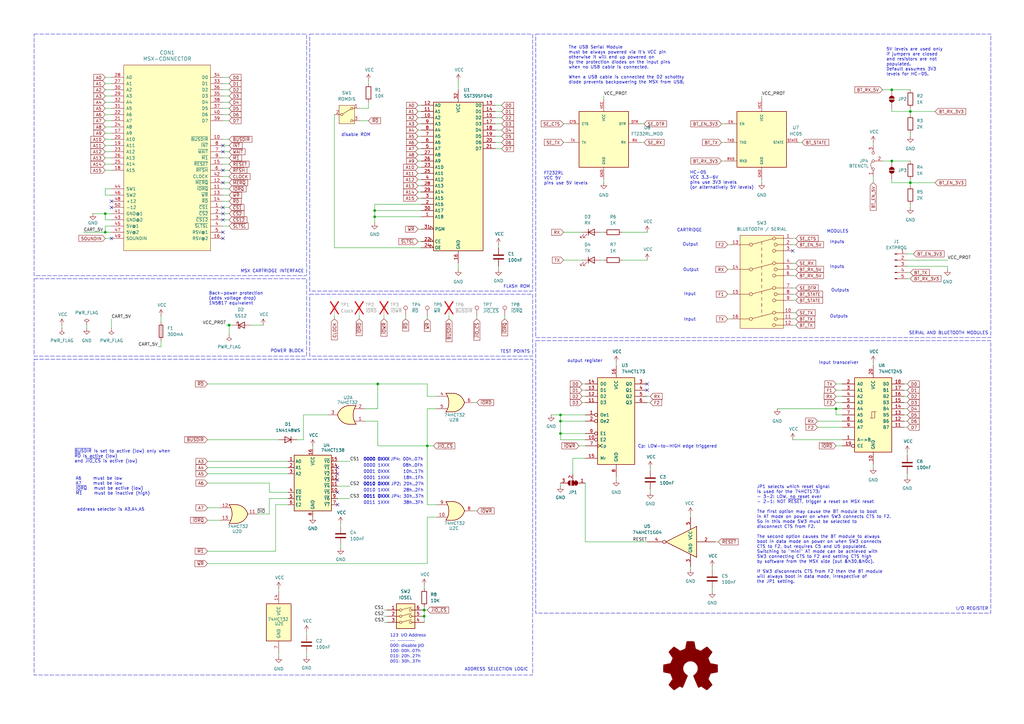
<source format=kicad_sch>
(kicad_sch (version 20250114) (generator "eeschema") (generator_version "9.0")
  (paper "A3")
  (title_block (title "msx-jio-cart-v1") (date "2025-12-02") (rev "Build1") (company "Albert Herranz"))
  (rectangle (start 219.71 13.97) (end 406.4 138.43) (stroke (width 0) (type dash)))
  (rectangle (start 127 13.97) (end 218.44 119.38) (stroke (width 0) (type dash)))
  (rectangle (start 127 120.65) (end 218.44 146.05) (stroke (width 0) (type dash)))
  (rectangle (start 219.71 139.7) (end 406.4 251.46) (stroke (width 0) (type dash)))
  (rectangle (start 13.97 147.32) (end 218.44 276.86) (stroke (width 0) (type dash)))
  (rectangle (start 13.97 114.3) (end 125.73 146.05) (stroke (width 0) (type dash)))
  (rectangle (start 13.97 13.97) (end 125.73 113.03) (stroke (width 0) (type dash)))
  (text "output register" (at 232.664 148.082 0) (effects (font (size 1.27 1.27)) (justify left)))
  (text "HC-05\nVCC 3.3-6V\npins use 3V3 levels\n(or alternatively 5V levels)" (at 282.956 77.724 0) (effects (font (size 1.27 1.27)) (justify left bottom)))
  (text "Inputs" (at 340.36 109.474 0) (effects (font (size 1.27 1.27)) (justify left)))
  (text "     10h..17h" (at 167.132 193.548 0) (effects (font (size 1.27 1.27))))
  (text "0000 1XXX" (at 154.432 191.008 0) (effects (font (size 1.27 1.27))))
  (text "CARTRIDGE" (at 277.622 94.488 0) (effects (font (size 1.27 1.27)) (justify left)))
  (text "~{BUSDIR} is set to active (low) only when\n~{RD} is active (low)\nand ~{JIO_CS} is active (low)" (at 30.48 187.198 0) (effects (font (size 1.27 1.27)) (justify left)))
  (text "JP1 selects which reset signal\nis used for the 74HCT173:\n- 3-2: LOW, no reset ever\n- 2-1: NOT ~{RESET}, trigger a reset on MSX reset\n\nThe first option may cause the BT module to boot\nin AT mode on power on when SW3 connects CTS to F2.\nSo in this mode SW3 must be selected to\ndisconnect CTS from F2.\n\nThe second option causes the BT module to always\nboot in data mode on power on when SW3 connects\nCTS to F2, but requires C5 and U5 populated.\nSwitching to \"mini\" AT mode can be achieved with\nSW3 connecting CTS to F2 and setting CTS high\nby software from the MSX side (out &h30,&h0c).\n\nIf SW3 disconnects CTS from F2 then the BT module\nwill always boot in data mode, irrespective of\nthe JP1 setting.\n" (at 310.388 219.202 0) (effects (font (size 1.27 1.27)) (justify left)))
  (text "FT232RL\nVCC 5V\npins use 5V levels" (at 223.012 75.946 0) (effects (font (size 1.27 1.27)) (justify left bottom)))
  (text "JP2: 20h..27h" (at 167.132 198.628 0) (effects (font (size 1.27 1.27))))
  (text "0000 0XXX" (at 154.432 188.468 0) (effects (font (size 1.27 1.27) (thickness 0.254) (bold yes))))
  (text "     28h..2Fh" (at 167.132 201.168 0) (effects (font (size 1.27 1.27))))
  (text "0001 1XXX" (at 154.432 196.088 0) (effects (font (size 1.27 1.27) (thickness 0.1588))))
  (text "Outputs" (at 340.868 119.126 0) (effects (font (size 1.27 1.27)) (justify left)))
  (text "Cp: LOW-to-HIGH edge triggered" (at 261.62 183.134 0) (effects (font (size 1.27 1.27)) (justify left)))
  (text "MSX CARTRIDGE INTERFACE" (at 124.714 112.014 0) (effects (font (size 1.27 1.27)) (justify right bottom)))
  (text "disable ROM\n" (at 139.954 55.372 0) (effects (font (size 1.27 1.27)) (justify left)))
  (text "A6     must be low\nA7     must be low\n~{IORQ}   must be active (low)\n~{M1}     must be inactive (high)" (at 30.988 199.39 0) (effects (font (size 1.27 1.27)) (justify left)))
  (text "POWER BLOCK" (at 124.714 144.78 0) (effects (font (size 1.27 1.27)) (justify right bottom)))
  (text "JP4: 00h..07h" (at 166.878 188.468 0) (effects (font (size 1.27 1.27))))
  (text "SERIAL AND BLUETOOTH MODULES" (at 405.384 137.414 0) (effects (font (size 1.27 1.27)) (justify right bottom)))
  (text "ADDRESS SELECTION LOGIC" (at 216.662 275.336 0) (effects (font (size 1.27 1.27)) (justify right bottom)))
  (text "     08h..0Fh" (at 166.878 191.008 0) (effects (font (size 1.27 1.27))))
  (text "     18h..1Fh" (at 167.132 196.088 0) (effects (font (size 1.27 1.27))))
  (text "TEST POINTS" (at 217.424 145.034 0) (effects (font (size 1.27 1.27)) (justify right bottom)))
  (text "address selector is A3,A4,A5" (at 31.496 209.042 0) (effects (font (size 1.27 1.27)) (justify left)))
  (text "123  I/O Address\n---  -----------\n000: disable JIO\n100: 00h..07h\n010: 20h..27h\n001: 30h..37h\n" (at 160.02 266.446 0) (effects (font (size 1.27 1.27)) (justify left)))
  (text "0011 1XXX" (at 154.432 206.248 0) (effects (font (size 1.27 1.27))))
  (text "5V levels are used only\nif jumpers are closed\nand resistors are not\npopulated.\nDefault assumes 3V3\nlevels for HC-05." (at 363.474 31.242 0) (effects (font (size 1.27 1.27)) (justify left bottom)))
  (text "Outputs" (at 340.36 129.794 0) (effects (font (size 1.27 1.27)) (justify left)))
  (text "0011 0XXX" (at 154.432 203.708 0) (effects (font (size 1.27 1.27) (thickness 0.254) (bold yes))))
  (text "I/O REGISTER" (at 405.384 250.444 0) (effects (font (size 1.27 1.27)) (justify right bottom)))
  (text "FLASH ROM" (at 217.424 118.364 0) (effects (font (size 1.27 1.27)) (justify right bottom)))
  (text "Input" (at 280.416 120.65 0) (effects (font (size 1.27 1.27)) (justify left)))
  (text "JP4: 30h..37h" (at 167.132 203.708 0) (effects (font (size 1.27 1.27))))
  (text "Output" (at 280.162 110.744 0) (effects (font (size 1.27 1.27)) (justify left)))
  (text "Inputs" (at 340.36 99.314 0) (effects (font (size 1.27 1.27)) (justify left)))
  (text "     38h..3Fh" (at 167.132 206.248 0) (effects (font (size 1.27 1.27))))
  (text "Input" (at 280.416 131.064 0) (effects (font (size 1.27 1.27)) (justify left)))
  (text "Back-power protection\n(adds voltage drop)\n1N5817 equivalent" (at 85.598 125.222 0) (effects (font (size 1.27 1.27)) (justify left bottom)))
  (text "MODULES" (at 339.09 94.996 0) (effects (font (size 1.27 1.27)) (justify left)))
  (text "input transceiver" (at 335.788 148.844 0) (effects (font (size 1.27 1.27)) (justify left)))
  (text "0010 1XXX" (at 154.432 201.168 0) (effects (font (size 1.27 1.27))))
  (text "0001 0XXX" (at 154.432 193.548 0) (effects (font (size 1.27 1.27) (thickness 0.1588))))
  (text "0010 0XXX" (at 154.432 198.628 0) (effects (font (size 1.27 1.27) (thickness 0.254) (bold yes))))
  (text "The USB Serial Module\nmust be always powered via it's VCC pin\notherwise it will end up powered on\nby the protection diodes on the input pins\nwhen no USB cable is connected.\n\nWhen a USB cable is connected the D2 schottky\ndiode prevents backpowering the MSX from USB." (at 233.172 34.544 0) (effects (font (size 1.27 1.27)) (justify left bottom)))
  (text "Output" (at 279.908 100.33 0) (effects (font (size 1.27 1.27)) (justify left)))
  (junction (at 373.38 45.72))
  (junction (at 153.67 88.9))
  (junction (at 173.99 252.73))
  (junction (at 365.76 66.04))
  (junction (at 154.94 157.48))
  (junction (at 229.87 172.72))
  (junction (at 229.87 177.8))
  (junction (at 175.26 182.88))
  (junction (at 153.67 86.36))
  (junction (at 373.38 74.93))
  (junction (at 43.18 87.63))
  (junction (at 173.99 250.19))
  (junction (at 342.9 167.64))
  (junction (at 43.18 95.25))
  (junction (at 365.76 36.83))
  (junction (at 229.87 170.18))
  (junction (at 93.98 133.35))
  (no_connect (at 138.43 191.77))
  (no_connect (at 138.43 207.01))
  (no_connect (at 91.44 59.69))
  (no_connect (at 91.44 87.63))
  (no_connect (at 91.44 85.09))
  (no_connect (at 45.72 85.09))
  (no_connect (at 138.43 196.85))
  (no_connect (at 265.43 160.02))
  (no_connect (at 91.44 69.85))
  (no_connect (at 91.44 97.79))
  (no_connect (at 91.44 95.25))
  (no_connect (at 45.72 82.55))
  (no_connect (at 325.12 102.87))
  (no_connect (at 138.43 201.93))
  (no_connect (at 138.43 194.31))
  (no_connect (at 91.44 62.23))
  (no_connect (at 91.44 74.93))
  (no_connect (at 91.44 90.17))
  (no_connect (at 45.72 97.79))
  (no_connect (at 265.43 157.48))
  (wire (pts (xy 283.21 233.68) (xy 283.21 232.41)))
  (wire (pts (xy 238.76 162.56) (xy 240.03 162.56)))
  (wire (pts (xy 66.04 142.24) (xy 64.77 142.24)))
  (wire (pts (xy 187.96 33.02) (xy 187.96 36.83)))
  (wire (pts (xy 370.84 162.56) (xy 372.11 162.56)))
  (wire (pts (xy 43.18 67.31) (xy 45.72 67.31)))
  (wire (pts (xy 151.13 33.02) (xy 151.13 34.29)))
  (wire (pts (xy 265.43 106.68) (xy 255.27 106.68)))
  (wire (pts (xy 171.45 45.72) (xy 172.72 45.72)))
  (wire (pts (xy 154.94 182.88) (xy 175.26 182.88)))
  (wire (pts (xy 342.9 182.88) (xy 345.44 182.88)))
  (wire (pts (xy 91.44 62.23) (xy 93.98 62.23)))
  (wire (pts (xy 229.87 172.72) (xy 229.87 170.18)))
  (wire (pts (xy 205.74 43.18) (xy 203.2 43.18)))
  (wire (pts (xy 365.76 44.45) (xy 365.76 45.72)))
  (wire (pts (xy 154.94 172.72) (xy 154.94 182.88)))
  (wire (pts (xy 171.45 63.5) (xy 172.72 63.5)))
  (wire (pts (xy 91.44 49.53) (xy 93.98 49.53)))
  (wire (pts (xy 134.62 170.18) (xy 124.46 170.18)))
  (wire (pts (xy 237.49 182.88) (xy 240.03 182.88)))
  (wire (pts (xy 388.62 110.49) (xy 388.62 109.22)))
  (wire (pts (xy 171.45 93.98) (xy 172.72 93.98)))
  (wire (pts (xy 342.9 160.02) (xy 345.44 160.02)))
  (wire (pts (xy 252.73 148.59) (xy 252.73 149.86)))
  (wire (pts (xy 238.76 160.02) (xy 240.03 160.02)))
  (wire (pts (xy 166.37 130.81) (xy 166.37 129.54)))
  (wire (pts (xy 43.18 62.23) (xy 45.72 62.23)))
  (wire (pts (xy 229.87 199.39) (xy 229.87 198.12)))
  (wire (pts (xy 153.67 86.36) (xy 172.72 86.36)))
  (wire (pts (xy 171.45 68.58) (xy 172.72 68.58)))
  (wire (pts (xy 171.45 66.04) (xy 172.72 66.04)))
  (wire (pts (xy 93.98 133.35) (xy 95.25 133.35)))
  (wire (pts (xy 43.18 41.91) (xy 45.72 41.91)))
  (wire (pts (xy 153.67 86.36) (xy 153.67 88.9)))
  (wire (pts (xy 326.39 97.79) (xy 325.12 97.79)))
  (wire (pts (xy 373.38 55.88) (xy 373.38 54.61)))
  (wire (pts (xy 85.09 180.34) (xy 114.3 180.34)))
  (wire (pts (xy 128.27 182.88) (xy 128.27 184.15)))
  (wire (pts (xy 85.09 189.23) (xy 118.11 189.23)))
  (wire (pts (xy 171.45 43.18) (xy 172.72 43.18)))
  (wire (pts (xy 283.21 210.82) (xy 283.21 212.09)))
  (wire (pts (xy 171.45 99.06) (xy 172.72 99.06)))
  (wire (pts (xy 173.99 252.73) (xy 173.99 255.27)))
  (wire (pts (xy 373.38 111.76) (xy 372.11 111.76)))
  (wire (pts (xy 335.28 172.72) (xy 345.44 172.72)))
  (wire (pts (xy 43.18 87.63) (xy 43.18 90.17)))
  (wire (pts (xy 43.18 49.53) (xy 45.72 49.53)))
  (wire (pts (xy 295.91 66.04) (xy 297.18 66.04)))
  (wire (pts (xy 342.9 165.1) (xy 345.44 165.1)))
  (wire (pts (xy 229.87 177.8) (xy 229.87 172.72)))
  (wire (pts (xy 91.44 41.91) (xy 93.98 41.91)))
  (wire (pts (xy 85.09 194.31) (xy 118.11 194.31)))
  (wire (pts (xy 91.44 80.01) (xy 93.98 80.01)))
  (wire (pts (xy 264.16 58.42) (xy 262.89 58.42)))
  (wire (pts (xy 43.18 92.71) (xy 43.18 95.25)))
  (wire (pts (xy 125.73 260.35) (xy 125.73 259.08)))
  (wire (pts (xy 373.38 76.2) (xy 373.38 74.93)))
  (wire (pts (xy 124.46 170.18) (xy 124.46 180.34)))
  (wire (pts (xy 43.18 44.45) (xy 45.72 44.45)))
  (wire (pts (xy 195.58 165.1) (xy 194.31 165.1)))
  (wire (pts (xy 91.44 82.55) (xy 93.98 82.55)))
  (wire (pts (xy 85.09 198.12) (xy 110.49 198.12)))
  (wire (pts (xy 205.74 55.88) (xy 203.2 55.88)))
  (wire (pts (xy 365.76 36.83) (xy 373.38 36.83)))
  (wire (pts (xy 157.48 250.19) (xy 158.75 250.19)))
  (wire (pts (xy 93.98 137.16) (xy 93.98 133.35)))
  (wire (pts (xy 240.03 222.25) (xy 265.43 222.25)))
  (wire (pts (xy 247.65 106.68) (xy 246.38 106.68)))
  (wire (pts (xy 247.65 95.25) (xy 246.38 95.25)))
  (wire (pts (xy 388.62 109.22) (xy 372.11 109.22)))
  (wire (pts (xy 370.84 167.64) (xy 372.11 167.64)))
  (wire (pts (xy 91.44 85.09) (xy 93.98 85.09)))
  (wire (pts (xy 91.44 36.83) (xy 93.98 36.83)))
  (wire (pts (xy 43.18 64.77) (xy 45.72 64.77)))
  (wire (pts (xy 173.99 250.19) (xy 175.26 250.19)))
  (wire (pts (xy 45.72 77.47) (xy 43.18 77.47)))
  (wire (pts (xy 43.18 52.07) (xy 45.72 52.07)))
  (wire (pts (xy 66.04 139.7) (xy 66.04 142.24)))
  (wire (pts (xy 173.99 250.19) (xy 173.99 252.73)))
  (wire (pts (xy 231.14 106.68) (xy 238.76 106.68)))
  (wire (pts (xy 240.03 172.72) (xy 229.87 172.72)))
  (wire (pts (xy 43.18 77.47) (xy 43.18 80.01)))
  (wire (pts (xy 43.18 80.01) (xy 45.72 80.01)))
  (wire (pts (xy 171.45 71.12) (xy 172.72 71.12)))
  (wire (pts (xy 358.14 148.59) (xy 358.14 149.86)))
  (wire (pts (xy 91.44 74.93) (xy 93.98 74.93)))
  (wire (pts (xy 238.76 165.1) (xy 240.03 165.1)))
  (wire (pts (xy 365.76 66.04) (xy 373.38 66.04)))
  (wire (pts (xy 121.92 180.34) (xy 124.46 180.34)))
  (wire (pts (xy 234.95 187.96) (xy 240.03 187.96)))
  (wire (pts (xy 138.43 204.47) (xy 143.51 204.47)))
  (wire (pts (xy 91.44 77.47) (xy 93.98 77.47)))
  (wire (pts (xy 226.06 170.18) (xy 229.87 170.18)))
  (wire (pts (xy 388.62 106.68) (xy 372.11 106.68)))
  (wire (pts (xy 179.07 167.64) (xy 175.26 167.64)))
  (wire (pts (xy 139.7 224.79) (xy 139.7 223.52)))
  (wire (pts (xy 238.76 157.48) (xy 240.03 157.48)))
  (wire (pts (xy 66.04 129.54) (xy 66.04 132.08)))
  (wire (pts (xy 175.26 130.81) (xy 175.26 129.54)))
  (wire (pts (xy 252.73 196.85) (xy 252.73 195.58)))
  (wire (pts (xy 147.32 130.81) (xy 147.32 129.54)))
  (wire (pts (xy 247.65 74.93) (xy 247.65 73.66)))
  (wire (pts (xy 373.38 114.3) (xy 372.11 114.3)))
  (wire (pts (xy 179.07 212.09) (xy 175.26 212.09)))
  (wire (pts (xy 157.48 130.81) (xy 157.48 129.54)))
  (wire (pts (xy 292.1 242.57) (xy 292.1 241.3)))
  (wire (pts (xy 266.7 193.04) (xy 266.7 191.77)))
  (wire (pts (xy 171.45 58.42) (xy 172.72 58.42)))
  (wire (pts (xy 372.11 195.58) (xy 372.11 194.31)))
  (wire (pts (xy 312.42 39.37) (xy 312.42 40.64)))
  (wire (pts (xy 137.16 101.6) (xy 172.72 101.6)))
  (wire (pts (xy 205.74 48.26) (xy 203.2 48.26)))
  (wire (pts (xy 370.84 170.18) (xy 372.11 170.18)))
  (wire (pts (xy 229.87 177.8) (xy 240.03 177.8)))
  (wire (pts (xy 43.18 46.99) (xy 45.72 46.99)))
  (wire (pts (xy 171.45 55.88) (xy 172.72 55.88)))
  (wire (pts (xy 205.74 60.96) (xy 203.2 60.96)))
  (wire (pts (xy 113.03 207.01) (xy 118.11 207.01)))
  (wire (pts (xy 326.39 118.11) (xy 325.12 118.11)))
  (wire (pts (xy 231.14 58.42) (xy 232.41 58.42)))
  (wire (pts (xy 35.56 133.35) (xy 35.56 134.62)))
  (wire (pts (xy 91.44 69.85) (xy 93.98 69.85)))
  (wire (pts (xy 365.76 73.66) (xy 365.76 74.93)))
  (wire (pts (xy 43.18 57.15) (xy 45.72 57.15)))
  (wire (pts (xy 43.18 69.85) (xy 45.72 69.85)))
  (wire (pts (xy 105.41 210.82) (xy 110.49 210.82)))
  (wire (pts (xy 318.77 167.64) (xy 342.9 167.64)))
  (wire (pts (xy 335.28 175.26) (xy 345.44 175.26)))
  (wire (pts (xy 365.76 45.72) (xy 373.38 45.72)))
  (wire (pts (xy 175.26 182.88) (xy 177.8 182.88)))
  (wire (pts (xy 91.44 72.39) (xy 93.98 72.39)))
  (wire (pts (xy 231.14 95.25) (xy 238.76 95.25)))
  (wire (pts (xy 179.07 162.56) (xy 175.26 162.56)))
  (wire (pts (xy 231.14 50.8) (xy 232.41 50.8)))
  (wire (pts (xy 171.45 48.26) (xy 172.72 48.26)))
  (wire (pts (xy 204.47 110.49) (xy 204.47 109.22)))
  (wire (pts (xy 326.39 123.19) (xy 325.12 123.19)))
  (wire (pts (xy 91.44 90.17) (xy 93.98 90.17)))
  (wire (pts (xy 175.26 167.64) (xy 175.26 182.88)))
  (wire (pts (xy 383.54 74.93) (xy 373.38 74.93)))
  (wire (pts (xy 179.07 207.01) (xy 175.26 207.01)))
  (wire (pts (xy 229.87 170.18) (xy 240.03 170.18)))
  (wire (pts (xy 91.44 67.31) (xy 93.98 67.31)))
  (wire (pts (xy 264.16 50.8) (xy 262.89 50.8)))
  (wire (pts (xy 294.64 222.25) (xy 293.37 222.25)))
  (wire (pts (xy 373.38 85.09) (xy 373.38 83.82)))
  (wire (pts (xy 118.11 204.47) (xy 110.49 204.47)))
  (wire (pts (xy 45.72 90.17) (xy 43.18 90.17)))
  (wire (pts (xy 326.39 113.03) (xy 325.12 113.03)))
  (wire (pts (xy 43.18 87.63) (xy 45.72 87.63)))
  (wire (pts (xy 205.74 53.34) (xy 203.2 53.34)))
  (wire (pts (xy 157.48 255.27) (xy 158.75 255.27)))
  (wire (pts (xy 240.03 222.25) (xy 240.03 198.12)))
  (wire (pts (xy 43.18 31.75) (xy 45.72 31.75)))
  (wire (pts (xy 383.54 45.72) (xy 373.38 45.72)))
  (wire (pts (xy 91.44 87.63) (xy 93.98 87.63)))
  (wire (pts (xy 171.45 53.34) (xy 172.72 53.34)))
  (wire (pts (xy 43.18 95.25) (xy 45.72 95.25)))
  (wire (pts (xy 107.95 133.35) (xy 102.87 133.35)))
  (wire (pts (xy 43.18 59.69) (xy 45.72 59.69)))
  (wire (pts (xy 91.44 31.75) (xy 93.98 31.75)))
  (wire (pts (xy 207.01 130.81) (xy 207.01 129.54)))
  (wire (pts (xy 110.49 198.12) (xy 110.49 201.93)))
  (wire (pts (xy 204.47 101.6) (xy 204.47 100.33)))
  (wire (pts (xy 43.18 36.83) (xy 45.72 36.83)))
  (wire (pts (xy 298.45 110.49) (xy 299.72 110.49)))
  (wire (pts (xy 43.18 54.61) (xy 45.72 54.61)))
  (wire (pts (xy 137.16 46.99) (xy 137.16 101.6)))
  (wire (pts (xy 195.58 209.55) (xy 194.31 209.55)))
  (wire (pts (xy 138.43 199.39) (xy 143.51 199.39)))
  (wire (pts (xy 326.39 110.49) (xy 325.12 110.49)))
  (wire (pts (xy 266.7 162.56) (xy 265.43 162.56)))
  (wire (pts (xy 373.38 45.72) (xy 373.38 44.45)))
  (wire (pts (xy 265.43 95.25) (xy 255.27 95.25)))
  (wire (pts (xy 114.3 241.3) (xy 114.3 242.57)))
  (wire (pts (xy 358.14 191.77) (xy 358.14 190.5)))
  (wire (pts (xy 312.42 74.93) (xy 312.42 73.66)))
  (wire (pts (xy 171.45 60.96) (xy 172.72 60.96)))
  (wire (pts (xy 92.71 133.35) (xy 93.98 133.35)))
  (wire (pts (xy 374.65 104.14) (xy 372.11 104.14)))
  (wire (pts (xy 234.95 194.31) (xy 234.95 187.96)))
  (wire (pts (xy 85.09 157.48) (xy 154.94 157.48)))
  (wire (pts (xy 372.11 186.69) (xy 372.11 185.42)))
  (wire (pts (xy 295.91 50.8) (xy 297.18 50.8)))
  (wire (pts (xy 171.45 50.8) (xy 172.72 50.8)))
  (wire (pts (xy 90.17 208.28) (xy 85.09 208.28)))
  (wire (pts (xy 118.11 201.93) (xy 110.49 201.93)))
  (wire (pts (xy 266.7 165.1) (xy 265.43 165.1)))
  (wire (pts (xy 184.15 130.81) (xy 184.15 129.54)))
  (wire (pts (xy 326.39 128.27) (xy 325.12 128.27)))
  (wire (pts (xy 91.44 46.99) (xy 93.98 46.99)))
  (wire (pts (xy 151.13 49.53) (xy 147.32 49.53)))
  (wire (pts (xy 171.45 78.74) (xy 172.72 78.74)))
  (wire (pts (xy 43.18 97.79) (xy 45.72 97.79)))
  (wire (pts (xy 370.84 175.26) (xy 372.11 175.26)))
  (wire (pts (xy 153.67 88.9) (xy 153.67 91.44)))
  (wire (pts (xy 325.12 180.34) (xy 345.44 180.34)))
  (wire (pts (xy 85.09 191.77) (xy 118.11 191.77)))
  (wire (pts (xy 229.87 180.34) (xy 229.87 177.8)))
  (wire (pts (xy 153.67 83.82) (xy 153.67 86.36)))
  (wire (pts (xy 151.13 44.45) (xy 147.32 44.45)))
  (wire (pts (xy 370.84 157.48) (xy 372.11 157.48)))
  (wire (pts (xy 370.84 160.02) (xy 372.11 160.02)))
  (wire (pts (xy 91.44 59.69) (xy 93.98 59.69)))
  (wire (pts (xy 90.17 213.36) (xy 85.09 213.36)))
  (wire (pts (xy 298.45 100.33) (xy 299.72 100.33)))
  (wire (pts (xy 157.48 252.73) (xy 158.75 252.73)))
  (wire (pts (xy 292.1 233.68) (xy 292.1 232.41)))
  (wire (pts (xy 91.44 64.77) (xy 93.98 64.77)))
  (wire (pts (xy 45.72 130.81) (xy 45.72 134.62)))
  (wire (pts (xy 328.93 58.42) (xy 327.66 58.42)))
  (wire (pts (xy 91.44 39.37) (xy 93.98 39.37)))
  (wire (pts (xy 43.18 39.37) (xy 45.72 39.37)))
  (wire (pts (xy 373.38 46.99) (xy 373.38 45.72)))
  (wire (pts (xy 373.38 74.93) (xy 373.38 73.66)))
  (wire (pts (xy 91.44 44.45) (xy 93.98 44.45)))
  (wire (pts (xy 295.91 58.42) (xy 297.18 58.42)))
  (wire (pts (xy 175.26 212.09) (xy 175.26 231.14)))
  (wire (pts (xy 43.18 34.29) (xy 45.72 34.29)))
  (wire (pts (xy 326.39 100.33) (xy 325.12 100.33)))
  (wire (pts (xy 298.45 130.81) (xy 299.72 130.81)))
  (wire (pts (xy 151.13 41.91) (xy 151.13 44.45)))
  (wire (pts (xy 85.09 231.14) (xy 175.26 231.14)))
  (wire (pts (xy 326.39 130.81) (xy 325.12 130.81)))
  (wire (pts (xy 149.86 167.64) (xy 154.94 167.64)))
  (wire (pts (xy 361.95 66.04) (xy 365.76 66.04)))
  (wire (pts (xy 171.45 76.2) (xy 172.72 76.2)))
  (wire (pts (xy 171.45 81.28) (xy 172.72 81.28)))
  (wire (pts (xy 361.95 36.83) (xy 365.76 36.83)))
  (wire (pts (xy 205.74 50.8) (xy 203.2 50.8)))
  (wire (pts (xy 326.39 107.95) (xy 325.12 107.95)))
  (wire (pts (xy 137.16 130.81) (xy 137.16 129.54)))
  (wire (pts (xy 153.67 88.9) (xy 172.72 88.9)))
  (wire (pts (xy 342.9 157.48) (xy 345.44 157.48)))
  (wire (pts (xy 205.74 58.42) (xy 203.2 58.42)))
  (wire (pts (xy 358.14 74.93) (xy 358.14 72.39)))
  (wire (pts (xy 342.9 170.18) (xy 345.44 170.18)))
  (wire (pts (xy 139.7 215.9) (xy 139.7 214.63)))
  (wire (pts (xy 342.9 167.64) (xy 345.44 167.64)))
  (wire (pts (xy 229.87 180.34) (xy 240.03 180.34)))
  (wire (pts (xy 173.99 248.92) (xy 173.99 250.19)))
  (wire (pts (xy 298.45 120.65) (xy 299.72 120.65)))
  (wire (pts (xy 365.76 74.93) (xy 373.38 74.93)))
  (wire (pts (xy 326.39 133.35) (xy 325.12 133.35)))
  (wire (pts (xy 153.67 83.82) (xy 172.72 83.82)))
  (wire (pts (xy 247.65 39.37) (xy 247.65 40.64)))
  (wire (pts (xy 370.84 172.72) (xy 372.11 172.72)))
  (wire (pts (xy 38.1 87.63) (xy 43.18 87.63)))
  (wire (pts (xy 173.99 240.03) (xy 173.99 241.3)))
  (wire (pts (xy 143.51 189.23) (xy 138.43 189.23)))
  (wire (pts (xy 358.14 58.42) (xy 358.14 59.69)))
  (wire (pts (xy 25.4 134.62) (xy 25.4 133.35)))
  (wire (pts (xy 91.44 92.71) (xy 93.98 92.71)))
  (wire (pts (xy 154.94 167.64) (xy 154.94 157.48)))
  (wire (pts (xy 342.9 162.56) (xy 345.44 162.56)))
  (wire (pts (xy 91.44 34.29) (xy 93.98 34.29)))
  (wire (pts (xy 195.58 130.81) (xy 195.58 129.54)))
  (wire (pts (xy 113.03 226.06) (xy 113.03 207.01)))
  (wire (pts (xy 125.73 269.24) (xy 125.73 267.97)))
  (wire (pts (xy 175.26 182.88) (xy 175.26 207.01)))
  (wire (pts (xy 370.84 165.1) (xy 372.11 165.1)))
  (wire (pts (xy 45.72 92.71) (xy 43.18 92.71)))
  (wire (pts (xy 154.94 157.48) (xy 175.26 157.48)))
  (wire (pts (xy 91.44 57.15) (xy 93.98 57.15)))
  (wire (pts (xy 187.96 110.49) (xy 187.96 107.95)))
  (wire (pts (xy 205.74 45.72) (xy 203.2 45.72)))
  (wire (pts (xy 114.3 269.24) (xy 114.3 267.97)))
  (wire (pts (xy 34.29 95.25) (xy 43.18 95.25)))
  (wire (pts (xy 85.09 226.06) (xy 113.03 226.06)))
  (wire (pts (xy 342.9 167.64) (xy 342.9 170.18)))
  (wire (pts (xy 175.26 162.56) (xy 175.26 157.48)))
  (wire (pts (xy 110.49 210.82) (xy 110.49 204.47)))
  (wire (pts (xy 149.86 172.72) (xy 154.94 172.72)))
  (wire (pts (xy 326.39 120.65) (xy 325.12 120.65)))
  (wire (pts (xy 171.45 73.66) (xy 172.72 73.66)))
  (wire (pts (xy 266.7 201.93) (xy 266.7 200.66)))
  (label "VCC_PROT" (at 247.65 39.37 0))
  (label "CS3" (at 143.51 204.47 0))
  (label "CART_5V" (at 45.72 130.81 0))
  (label "~{DIO}" (at 105.41 210.82 0))
  (label "CS2" (at 143.51 199.39 0))
  (label "VCC_PROT" (at 92.71 133.35 180))
  (label "CS2" (at 157.48 252.73 180))
  (label "CS3" (at 157.48 255.27 180))
  (label "CS1" (at 143.51 189.23 0))
  (label "VCC_PROT" (at 388.62 106.68 0))
  (label "RESET" (at 265.43 222.25 180))
  (label "CART_5V" (at 64.77 142.24 180))
  (label "CS1" (at 157.48 250.19 180))
  (label "VCC_PROT" (at 312.42 39.37 0))
  (label "CART_5V" (at 34.29 95.25 0))
  (global_label "A7" (shape input) (at 171.45 60.96 180) (property "Intersheetrefs" "${INTERSHEET_REFS}" (effects (hide yes))))
  (global_label "BT_EN_3V3" (shape input) (at 383.54 74.93 0) (property "Intersheetrefs" "${INTERSHEET_REFS}" (effects (hide yes))))
  (global_label "D2" (shape input) (at 205.74 48.26 0) (property "Intersheetrefs" "${INTERSHEET_REFS}" (effects (hide yes))))
  (global_label "SE_DTR" (shape input) (at 326.39 118.11 0) (property "Intersheetrefs" "${INTERSHEET_REFS}" (effects (hide yes))))
  (global_label "A8" (shape input) (at 171.45 63.5 180) (property "Intersheetrefs" "${INTERSHEET_REFS}" (effects (hide yes))))
  (global_label "~{M1}" (shape input) (at 85.09 226.06 180) (property "Intersheetrefs" "${INTERSHEET_REFS}" (effects (hide yes))))
  (global_label "D6" (shape input) (at 372.11 172.72 0) (property "Intersheetrefs" "${INTERSHEET_REFS}" (effects (hide yes))))
  (global_label "~{MERQ}" (shape input) (at 93.98 74.93 0) (property "Intersheetrefs" "${INTERSHEET_REFS}" (effects (hide yes))))
  (global_label "RX" (shape input) (at 335.28 172.72 180) (property "Intersheetrefs" "${INTERSHEET_REFS}" (effects (hide yes))))
  (global_label "A4" (shape input) (at 171.45 53.34 180) (property "Intersheetrefs" "${INTERSHEET_REFS}" (effects (hide yes))))
  (global_label "D3" (shape input) (at 205.74 50.8 0) (property "Intersheetrefs" "${INTERSHEET_REFS}" (effects (hide yes))))
  (global_label "D5" (shape input) (at 93.98 44.45 0) (property "Intersheetrefs" "${INTERSHEET_REFS}" (effects (hide yes))))
  (global_label "TX" (shape input) (at 231.14 106.68 180) (property "Intersheetrefs" "${INTERSHEET_REFS}" (effects (hide yes))))
  (global_label "D4" (shape input) (at 205.74 53.34 0) (property "Intersheetrefs" "${INTERSHEET_REFS}" (effects (hide yes))))
  (global_label "A5" (shape input) (at 171.45 55.88 180) (property "Intersheetrefs" "${INTERSHEET_REFS}" (effects (hide yes))))
  (global_label "SE_TX" (shape input) (at 326.39 128.27 0) (property "Intersheetrefs" "${INTERSHEET_REFS}" (effects (hide yes))))
  (global_label "A14" (shape input) (at 43.18 67.31 180) (property "Intersheetrefs" "${INTERSHEET_REFS}" (effects (hide yes))))
  (global_label "D6" (shape input) (at 93.98 46.99 0) (property "Intersheetrefs" "${INTERSHEET_REFS}" (effects (hide yes))))
  (global_label "A5" (shape input) (at 43.18 44.45 180) (property "Intersheetrefs" "${INTERSHEET_REFS}" (effects (hide yes))))
  (global_label "TX" (shape input) (at 298.45 130.81 180) (property "Intersheetrefs" "${INTERSHEET_REFS}" (effects (hide yes))))
  (global_label "BT_TX" (shape input) (at 326.39 133.35 0) (property "Intersheetrefs" "${INTERSHEET_REFS}" (effects (hide yes))))
  (global_label "F2" (shape input) (at 335.28 175.26 180) (property "Intersheetrefs" "${INTERSHEET_REFS}" (effects (hide yes))))
  (global_label "~{IOWR}" (shape input) (at 157.48 130.81 270) (property "Intersheetrefs" "${INTERSHEET_REFS}" (effects (hide yes))))
  (global_label "BT_EN_3V3" (shape input) (at 295.91 50.8 180) (property "Intersheetrefs" "${INTERSHEET_REFS}" (effects (hide yes))))
  (global_label "D2" (shape input) (at 238.76 162.56 180) (property "Intersheetrefs" "${INTERSHEET_REFS}" (effects (hide yes))))
  (global_label "A4" (shape input) (at 85.09 191.77 180) (property "Intersheetrefs" "${INTERSHEET_REFS}" (effects (hide yes))))
  (global_label "A6" (shape input) (at 43.18 46.99 180) (property "Intersheetrefs" "${INTERSHEET_REFS}" (effects (hide yes))))
  (global_label "BT_STATE" (shape input) (at 326.39 120.65 0) (property "Intersheetrefs" "${INTERSHEET_REFS}" (effects (hide yes))))
  (global_label "D0" (shape input) (at 93.98 31.75 0) (property "Intersheetrefs" "${INTERSHEET_REFS}" (effects (hide yes))))
  (global_label "~{BUSDIR}" (shape input) (at 184.15 130.81 270) (property "Intersheetrefs" "${INTERSHEET_REFS}" (effects (hide yes))))
  (global_label "F2" (shape input) (at 342.9 165.1 180) (property "Intersheetrefs" "${INTERSHEET_REFS}" (effects (hide yes))))
  (global_label "~{SLTSL}" (shape input) (at 171.45 99.06 180) (property "Intersheetrefs" "${INTERSHEET_REFS}" (effects (hide yes))))
  (global_label "~{WR}" (shape input) (at 175.26 130.81 270) (property "Intersheetrefs" "${INTERSHEET_REFS}" (effects (hide yes))))
  (global_label "~{JIO_CS}" (shape input) (at 175.26 250.19 0) (property "Intersheetrefs" "${INTERSHEET_REFS}" (effects (hide yes))))
  (global_label "SE_CTS" (shape input) (at 231.14 50.8 180) (property "Intersheetrefs" "${INTERSHEET_REFS}" (effects (hide yes))))
  (global_label "A3" (shape input) (at 43.18 39.37 180) (property "Intersheetrefs" "${INTERSHEET_REFS}" (effects (hide yes))))
  (global_label "A3" (shape input) (at 171.45 50.8 180) (property "Intersheetrefs" "${INTERSHEET_REFS}" (effects (hide yes))))
  (global_label "F1" (shape input) (at 298.45 120.65 180) (property "Intersheetrefs" "${INTERSHEET_REFS}" (effects (hide yes))))
  (global_label "~{RD}" (shape input) (at 93.98 82.55 0) (property "Intersheetrefs" "${INTERSHEET_REFS}" (effects (hide yes))))
  (global_label "SE_RX" (shape input) (at 264.16 58.42 0) (property "Intersheetrefs" "${INTERSHEET_REFS}" (effects (hide yes))))
  (global_label "A7" (shape input) (at 43.18 49.53 180) (property "Intersheetrefs" "${INTERSHEET_REFS}" (effects (hide yes))))
  (global_label "BT_RX_3V3" (shape input) (at 383.54 45.72 0) (property "Intersheetrefs" "${INTERSHEET_REFS}" (effects (hide yes))))
  (global_label "~{CS12}" (shape input) (at 93.98 90.17 0) (property "Intersheetrefs" "${INTERSHEET_REFS}" (effects (hide yes))))
  (global_label "~{M1}" (shape input) (at 93.98 64.77 0) (property "Intersheetrefs" "${INTERSHEET_REFS}" (effects (hide yes))))
  (global_label "D5" (shape input) (at 372.11 170.18 0) (property "Intersheetrefs" "${INTERSHEET_REFS}" (effects (hide yes))))
  (global_label "A9" (shape input) (at 171.45 66.04 180) (property "Intersheetrefs" "${INTERSHEET_REFS}" (effects (hide yes))))
  (global_label "~{IORQ}" (shape input) (at 207.01 130.81 270) (property "Intersheetrefs" "${INTERSHEET_REFS}" (effects (hide yes))))
  (global_label "TX" (shape input) (at 342.9 157.48 180) (property "Intersheetrefs" "${INTERSHEET_REFS}" (effects (hide yes))))
  (global_label "~{IORD}" (shape input) (at 342.9 182.88 180) (property "Intersheetrefs" "${INTERSHEET_REFS}" (effects (hide yes))))
  (global_label "A3" (shape input) (at 85.09 189.23 180) (property "Intersheetrefs" "${INTERSHEET_REFS}" (effects (hide yes))))
  (global_label "~{RD}" (shape input) (at 85.09 157.48 180) (property "Intersheetrefs" "${INTERSHEET_REFS}" (effects (hide yes))))
  (global_label "A2" (shape input) (at 171.45 48.26 180) (property "Intersheetrefs" "${INTERSHEET_REFS}" (effects (hide yes))))
  (global_label "BT_RX_5V" (shape input) (at 326.39 113.03 0) (property "Intersheetrefs" "${INTERSHEET_REFS}" (effects (hide yes))))
  (global_label "SE_CTS" (shape input) (at 326.39 97.79 0) (property "Intersheetrefs" "${INTERSHEET_REFS}" (effects (hide yes))))
  (global_label "A7" (shape input) (at 85.09 208.28 180) (property "Intersheetrefs" "${INTERSHEET_REFS}" (effects (hide yes))))
  (global_label "A11" (shape input) (at 171.45 71.12 180) (property "Intersheetrefs" "${INTERSHEET_REFS}" (effects (hide yes))))
  (global_label "BT_TX" (shape input) (at 373.38 111.76 0) (property "Intersheetrefs" "${INTERSHEET_REFS}" (effects (hide yes))))
  (global_label "A12" (shape input) (at 171.45 73.66 180) (property "Intersheetrefs" "${INTERSHEET_REFS}" (effects (hide yes))))
  (global_label "D7" (shape input) (at 93.98 49.53 0) (property "Intersheetrefs" "${INTERSHEET_REFS}" (effects (hide yes))))
  (global_label "BT_STATE" (shape input) (at 328.93 58.42 0) (property "Intersheetrefs" "${INTERSHEET_REFS}" (effects (hide yes))))
  (global_label "RX" (shape input) (at 298.45 110.49 180) (property "Intersheetrefs" "${INTERSHEET_REFS}" (effects (hide yes))))
  (global_label "~{RFSH}" (shape input) (at 93.98 69.85 0) (property "Intersheetrefs" "${INTERSHEET_REFS}" (effects (hide yes))))
  (global_label "~{IOWR}" (shape input) (at 195.58 209.55 0) (property "Intersheetrefs" "${INTERSHEET_REFS}" (effects (hide yes))))
  (global_label "~{INT}" (shape input) (at 93.98 59.69 0) (property "Intersheetrefs" "${INTERSHEET_REFS}" (effects (hide yes))))
  (global_label "F1" (shape input) (at 342.9 160.02 180) (property "Intersheetrefs" "${INTERSHEET_REFS}" (effects (hide yes))))
  (global_label "BT_EN_5V" (shape input) (at 326.39 100.33 0) (property "Intersheetrefs" "${INTERSHEET_REFS}" (effects (hide yes))))
  (global_label "~{JIO_CS}" (shape input) (at 177.8 182.88 0) (property "Intersheetrefs" "${INTERSHEET_REFS}" (effects (hide yes))))
  (global_label "CLOCK" (shape input) (at 137.16 130.81 270) (property "Intersheetrefs" "${INTERSHEET_REFS}" (effects (hide yes))))
  (global_label "BT_RX_5V" (shape input) (at 361.95 36.83 180) (property "Intersheetrefs" "${INTERSHEET_REFS}" (effects (hide yes))))
  (global_label "~{WR}" (shape input) (at 171.45 93.98 180) (property "Intersheetrefs" "${INTERSHEET_REFS}" (effects (hide yes))))
  (global_label "D0" (shape input) (at 205.74 43.18 0) (property "Intersheetrefs" "${INTERSHEET_REFS}" (effects (hide yes))))
  (global_label "A9" (shape input) (at 43.18 54.61 180) (property "Intersheetrefs" "${INTERSHEET_REFS}" (effects (hide yes))))
  (global_label "~{RD}" (shape input) (at 151.13 49.53 0) (property "Intersheetrefs" "${INTERSHEET_REFS}" (effects (hide yes))))
  (global_label "D7" (shape input) (at 372.11 175.26 0) (property "Intersheetrefs" "${INTERSHEET_REFS}" (effects (hide yes))))
  (global_label "D3" (shape input) (at 238.76 165.1 180) (property "Intersheetrefs" "${INTERSHEET_REFS}" (effects (hide yes))))
  (global_label "D1" (shape input) (at 238.76 160.02 180) (property "Intersheetrefs" "${INTERSHEET_REFS}" (effects (hide yes))))
  (global_label "D3" (shape input) (at 372.11 165.1 0) (property "Intersheetrefs" "${INTERSHEET_REFS}" (effects (hide yes))))
  (global_label "~{WR}" (shape input) (at 85.09 231.14 180) (property "Intersheetrefs" "${INTERSHEET_REFS}" (effects (hide yes))))
  (global_label "~{CS2}" (shape input) (at 93.98 87.63 0) (property "Intersheetrefs" "${INTERSHEET_REFS}" (effects (hide yes))))
  (global_label "SE_TX" (shape input) (at 231.14 58.42 180) (property "Intersheetrefs" "${INTERSHEET_REFS}" (effects (hide yes))))
  (global_label "CLOCK" (shape input) (at 93.98 72.39 0) (property "Intersheetrefs" "${INTERSHEET_REFS}" (effects (hide yes))))
  (global_label "A1" (shape input) (at 171.45 45.72 180) (property "Intersheetrefs" "${INTERSHEET_REFS}" (effects (hide yes))))
  (global_label "A10" (shape input) (at 171.45 68.58 180) (property "Intersheetrefs" "${INTERSHEET_REFS}" (effects (hide yes))))
  (global_label "A13" (shape input) (at 43.18 64.77 180) (property "Intersheetrefs" "${INTERSHEET_REFS}" (effects (hide yes))))
  (global_label "RX" (shape input) (at 342.9 162.56 180) (property "Intersheetrefs" "${INTERSHEET_REFS}" (effects (hide yes))))
  (global_label "A12" (shape input) (at 43.18 62.23 180) (property "Intersheetrefs" "${INTERSHEET_REFS}" (effects (hide yes))))
  (global_label "BT_RX_3V3" (shape input) (at 295.91 66.04 180) (property "Intersheetrefs" "${INTERSHEET_REFS}" (effects (hide yes))))
  (global_label "D1" (shape input) (at 93.98 34.29 0) (property "Intersheetrefs" "${INTERSHEET_REFS}" (effects (hide yes))))
  (global_label "D0" (shape input) (at 372.11 157.48 0) (property "Intersheetrefs" "${INTERSHEET_REFS}" (effects (hide yes))))
  (global_label "F2" (shape input) (at 266.7 165.1 0) (property "Intersheetrefs" "${INTERSHEET_REFS}" (effects (hide yes))))
  (global_label "D0" (shape input) (at 238.76 157.48 180) (property "Intersheetrefs" "${INTERSHEET_REFS}" (effects (hide yes))))
  (global_label "~{RESET}" (shape input) (at 294.64 222.25 0) (property "Intersheetrefs" "${INTERSHEET_REFS}" (effects (hide yes))))
  (global_label "BT_EN_5V" (shape input) (at 358.14 74.93 270) (property "Intersheetrefs" "${INTERSHEET_REFS}" (effects (hide yes))))
  (global_label "A0" (shape input) (at 43.18 31.75 180) (property "Intersheetrefs" "${INTERSHEET_REFS}" (effects (hide yes))))
  (global_label "~{IORD}" (shape input) (at 195.58 165.1 0) (property "Intersheetrefs" "${INTERSHEET_REFS}" (effects (hide yes))))
  (global_label "A11" (shape input) (at 43.18 59.69 180) (property "Intersheetrefs" "${INTERSHEET_REFS}" (effects (hide yes))))
  (global_label "RX" (shape input) (at 266.7 162.56 0) (property "Intersheetrefs" "${INTERSHEET_REFS}" (effects (hide yes))))
  (global_label "A2" (shape input) (at 43.18 36.83 180) (property "Intersheetrefs" "${INTERSHEET_REFS}" (effects (hide yes))))
  (global_label "F2" (shape input) (at 298.45 100.33 180) (property "Intersheetrefs" "${INTERSHEET_REFS}" (effects (hide yes))))
  (global_label "~{BUSDIR}" (shape input) (at 93.98 57.15 0) (property "Intersheetrefs" "${INTERSHEET_REFS}" (effects (hide yes))))
  (global_label "~{WAIT}" (shape input) (at 93.98 62.23 0) (property "Intersheetrefs" "${INTERSHEET_REFS}" (effects (hide yes))))
  (global_label "A0" (shape input) (at 171.45 43.18 180) (property "Intersheetrefs" "${INTERSHEET_REFS}" (effects (hide yes))))
  (global_label "D5" (shape input) (at 205.74 55.88 0) (property "Intersheetrefs" "${INTERSHEET_REFS}" (effects (hide yes))))
  (global_label "D6" (shape input) (at 205.74 58.42 0) (property "Intersheetrefs" "${INTERSHEET_REFS}" (effects (hide yes))))
  (global_label "A13" (shape input) (at 171.45 76.2 180) (property "Intersheetrefs" "${INTERSHEET_REFS}" (effects (hide yes))))
  (global_label "SE_RX" (shape input) (at 326.39 107.95 0) (property "Intersheetrefs" "${INTERSHEET_REFS}" (effects (hide yes))))
  (global_label "~{WR}" (shape input) (at 93.98 80.01 0) (property "Intersheetrefs" "${INTERSHEET_REFS}" (effects (hide yes))))
  (global_label "A5" (shape input) (at 85.09 194.31 180) (property "Intersheetrefs" "${INTERSHEET_REFS}" (effects (hide yes))))
  (global_label "~{IORD}" (shape input) (at 147.32 130.81 270) (property "Intersheetrefs" "${INTERSHEET_REFS}" (effects (hide yes))))
  (global_label "BT_RX_5V" (shape input) (at 326.39 110.49 0) (property "Intersheetrefs" "${INTERSHEET_REFS}" (effects (hide yes))))
  (global_label "BT_TX" (shape input) (at 326.39 130.81 0) (property "Intersheetrefs" "${INTERSHEET_REFS}" (effects (hide yes))))
  (global_label "A6" (shape input) (at 171.45 58.42 180) (property "Intersheetrefs" "${INTERSHEET_REFS}" (effects (hide yes))))
  (global_label "D1" (shape input) (at 205.74 45.72 0) (property "Intersheetrefs" "${INTERSHEET_REFS}" (effects (hide yes))))
  (global_label "~{BUSDIR}" (shape input) (at 85.09 180.34 180) (property "Intersheetrefs" "${INTERSHEET_REFS}" (effects (hide yes))))
  (global_label "BT_STATE" (shape input) (at 326.39 123.19 0) (property "Intersheetrefs" "${INTERSHEET_REFS}" (effects (hide yes))))
  (global_label "~{IOWR}" (shape input) (at 237.49 182.88 180) (property "Intersheetrefs" "${INTERSHEET_REFS}" (effects (hide yes))))
  (global_label "A15" (shape input) (at 171.45 81.28 180) (property "Intersheetrefs" "${INTERSHEET_REFS}" (effects (hide yes))))
  (global_label "~{RESET}" (shape input) (at 93.98 67.31 0) (property "Intersheetrefs" "${INTERSHEET_REFS}" (effects (hide yes))))
  (global_label "A6" (shape input) (at 85.09 198.12 180) (property "Intersheetrefs" "${INTERSHEET_REFS}" (effects (hide yes))))
  (global_label "D4" (shape input) (at 93.98 41.91 0) (property "Intersheetrefs" "${INTERSHEET_REFS}" (effects (hide yes))))
  (global_label "D2" (shape input) (at 93.98 36.83 0) (property "Intersheetrefs" "${INTERSHEET_REFS}" (effects (hide yes))))
  (global_label "A8" (shape input) (at 43.18 52.07 180) (property "Intersheetrefs" "${INTERSHEET_REFS}" (effects (hide yes))))
  (global_label "~{JIO_CS}" (shape input) (at 195.58 130.81 270) (property "Intersheetrefs" "${INTERSHEET_REFS}" (effects (hide yes))))
  (global_label "D2" (shape input) (at 372.11 162.56 0) (property "Intersheetrefs" "${INTERSHEET_REFS}" (effects (hide yes))))
  (global_label "RX" (shape input) (at 231.14 95.25 180) (property "Intersheetrefs" "${INTERSHEET_REFS}" (effects (hide yes))))
  (global_label "~{SLTSL}" (shape input) (at 93.98 92.71 0) (property "Intersheetrefs" "${INTERSHEET_REFS}" (effects (hide yes))))
  (global_label "BT_RX_3V3" (shape input) (at 373.38 114.3 0) (property "Intersheetrefs" "${INTERSHEET_REFS}" (effects (hide yes))))
  (global_label "~{IORQ}" (shape input) (at 93.98 77.47 0) (property "Intersheetrefs" "${INTERSHEET_REFS}" (effects (hide yes))))
  (global_label "SOUNDIN" (shape input) (at 43.18 97.79 180) (property "Intersheetrefs" "${INTERSHEET_REFS}" (effects (hide yes))))
  (global_label "BT_EN_3V3" (shape input) (at 374.65 104.14 0) (property "Intersheetrefs" "${INTERSHEET_REFS}" (effects (hide yes))))
  (global_label "~{IORQ}" (shape input) (at 85.09 213.36 180) (property "Intersheetrefs" "${INTERSHEET_REFS}" (effects (hide yes))))
  (global_label "BT_TX" (shape input) (at 295.91 58.42 180) (property "Intersheetrefs" "${INTERSHEET_REFS}" (effects (hide yes))))
  (global_label "D3" (shape input) (at 93.98 39.37 0) (property "Intersheetrefs" "${INTERSHEET_REFS}" (effects (hide yes))))
  (global_label "A15" (shape input) (at 43.18 69.85 180) (property "Intersheetrefs" "${INTERSHEET_REFS}" (effects (hide yes))))
  (global_label "D7" (shape input) (at 205.74 60.96 0) (property "Intersheetrefs" "${INTERSHEET_REFS}" (effects (hide yes))))
  (global_label "~{CS1}" (shape input) (at 93.98 85.09 0) (property "Intersheetrefs" "${INTERSHEET_REFS}" (effects (hide yes))))
  (global_label "A14" (shape input) (at 171.45 78.74 180) (property "Intersheetrefs" "${INTERSHEET_REFS}" (effects (hide yes))))
  (global_label "D4" (shape input) (at 372.11 167.64 0) (property "Intersheetrefs" "${INTERSHEET_REFS}" (effects (hide yes))))
  (global_label "A10" (shape input) (at 43.18 57.15 180) (property "Intersheetrefs" "${INTERSHEET_REFS}" (effects (hide yes))))
  (global_label "A4" (shape input) (at 43.18 41.91 180) (property "Intersheetrefs" "${INTERSHEET_REFS}" (effects (hide yes))))
  (global_label "A1" (shape input) (at 43.18 34.29 180) (property "Intersheetrefs" "${INTERSHEET_REFS}" (effects (hide yes))))
  (global_label "SE_DTR" (shape input) (at 264.16 50.8 0) (property "Intersheetrefs" "${INTERSHEET_REFS}" (effects (hide yes))))
  (global_label "D1" (shape input) (at 372.11 160.02 0) (property "Intersheetrefs" "${INTERSHEET_REFS}" (effects (hide yes))))
  (global_label "~{RD}" (shape input) (at 166.37 130.81 270) (property "Intersheetrefs" "${INTERSHEET_REFS}" (effects (hide yes))))
  (symbol (lib_id "74xx:74LS32") (at 142.24 170.18 180) (unit 1)
    (property "Reference" "U2" (at 142.748 163.068 0))
    (property "Value" "74HCT32" (at 142.494 165.1 0))
    (property "Footprint" "Package_SO:SOIC-14_3.9x8.7mm_P1.27mm" (effects (hide yes)))
    (property "Datasheet" "http://www.ti.com/lit/gpn/sn74LS32" (effects (hide yes)))
  )
  (symbol (lib_id "74xGxx:74AHCT1G04") (at 278.13 222.25 0) (mirror y) (unit 1)
    (property "Reference" "U5" (at 265.43 215.8298 0))
    (property "Value" "74AHCT1G04" (at 265.43 218.3698 0))
    (property "Footprint" "Package_TO_SOT_SMD:SOT-23-5_HandSoldering" (effects (hide yes)))
    (property "Datasheet" "http://www.ti.com/lit/sg/scyt129e/scyt129e.pdf" (effects (hide yes)))
    (property "Description" "Single NOT Gate, Low-Voltage CMOS" (effects (hide yes)))
  )
  (symbol (lib_id "Switch:SW_SPDT") (at 142.24 46.99 0) (unit 1)
    (property "Reference" "SW1" (at 142.24 38.1 0))
    (property "Value" "ROMDIS" (at 142.24 40.64 0))
    (property "Footprint" "My_Components:SW_SK-12D07G6-1P2T-6mm" (effects (hide yes)))
    (property "Description" "Switch, single pole double throw" (effects (hide yes)))
  )
  (symbol (lib_id "power:PWR_FLAG") (at 93.98 137.16 180) (unit 1)
    (property "Reference" "#FLG04" (effects (hide yes)))
    (property "Value" "PWR_FLAG" (at 93.98 142.24 0))
    (property "Description" "Special symbol for telling ERC where power comes from" (effects (hide yes)))
  )
  (symbol (lib_id "power:VCC") (at 204.47 100.33 0) (unit 1)
    (property "Reference" "#PWR027" (effects (hide yes)))
    (property "Value" "VCC" (at 204.851 95.9358 0))
    (property "Description" "Power symbol creates a global label with name \"VCC\"" (effects (hide yes)))
  )
  (symbol (lib_id "power:VCC") (at 114.3 241.3 0) (unit 1)
    (property "Reference" "#PWR017" (effects (hide yes)))
    (property "Value" "VCC" (at 114.681 236.9058 0))
    (property "Description" "Power symbol creates a global label with name \"VCC\"" (effects (hide yes)))
  )
  (symbol (lib_id "power:GND") (at 125.73 269.24 0) (mirror y) (unit 1)
    (property "Reference" "#PWR030" (effects (hide yes)))
    (property "Value" "GND" (at 125.73 273.9136 0))
    (property "Description" "Power symbol creates a global label with name \"GND\" , ground" (effects (hide yes)))
  )
  (symbol (lib_id "power:VCC") (at 265.43 106.68 0) (unit 1)
    (property "Reference" "#PWR036" (effects (hide yes)))
    (property "Value" "VCC" (at 265.811 102.2858 0))
    (property "Description" "Power symbol creates a global label with name \"VCC\"" (effects (hide yes)))
  )
  (symbol (lib_id "Connector:TestPoint") (at 195.58 129.54 0) (unit 1)
    (property "Reference" "TP7" (at 198.12 124.9679 0) (effects (justify left)))
    (property "Value" "~{JIO_CS}" (at 198.12 127.5079 0) (effects (justify left)))
    (property "Footprint" "TestPoint:TestPoint_Pad_D1.5mm" (effects (hide yes)))
    (property "Description" "test point" (effects (hide yes)))
  )
  (symbol (lib_id "power:GND") (at 128.27 212.09 0) (mirror y) (unit 1)
    (property "Reference" "#PWR02" (effects (hide yes)))
    (property "Value" "GND" (at 128.27 216.7636 0))
    (property "Description" "Power symbol creates a global label with name \"GND\" , ground" (effects (hide yes)))
  )
  (symbol (lib_id "Connector:TestPoint") (at 137.16 129.54 0) (unit 1) (in_bom no) (on_board no) (dnp yes)
    (property "Reference" "TP1" (at 139.7 124.9679 0) (effects (justify left)))
    (property "Value" "Clock" (at 139.7 127.5079 0) (effects (justify left)))
    (property "Footprint" "TestPoint:TestPoint_THTPad_D1.5mm_Drill0.7mm" (effects (hide yes)))
    (property "Description" "test point" (effects (hide yes)))
  )
  (symbol (lib_id "74xx:74LS32") (at 97.79 210.82 0) (unit 4)
    (property "Reference" "U2" (at 97.282 217.932 0))
    (property "Value" "74HCT32" (at 97.536 215.9 0))
    (property "Footprint" "Package_SO:SOIC-14_3.9x8.7mm_P1.27mm" (effects (hide yes)))
    (property "Datasheet" "http://www.ti.com/lit/gpn/sn74LS32" (effects (hide yes)))
  )
  (symbol (lib_id "Switch:SW_Rotary_4x3") (at 312.42 115.57 0) (unit 1)
    (property "Reference" "SW3" (at 312.42 91.44 0))
    (property "Value" "BLUETOOTH / SERIAL" (at 312.42 93.98 0))
    (property "Footprint" "My_Components:SW_SK-43D01-4P3T-Xmm" (effects (hide yes)))
    (property "Datasheet" "http://cdn-reichelt.de/documents/datenblatt/C200/DS-Serie%23LOR.pdf" (effects (hide yes)))
    (property "Description" "4 rotary switches with 3 positions" (effects (hide yes)))
  )
  (symbol (lib_id "power:PWR_FLAG") (at 25.4 134.62 180) (unit 1)
    (property "Reference" "#FLG01" (effects (hide yes)))
    (property "Value" "PWR_FLAG" (at 25.4 139.7 0))
    (property "Description" "Special symbol for telling ERC where power comes from" (effects (hide yes)))
  )
  (symbol (lib_id "power:GND") (at 35.56 134.62 0) (unit 1)
    (property "Reference" "#PWR012" (effects (hide yes)))
    (property "Value" "GND" (at 35.56 139.7 0))
    (property "Description" "Power symbol creates a global label with name \"GND\" , ground" (effects (hide yes)))
  )
  (symbol (lib_id "power:VCC") (at 358.14 148.59 0) (unit 1)
    (property "Reference" "#PWR07" (effects (hide yes)))
    (property "Value" "VCC" (at 358.521 144.1958 0))
    (property "Description" "Power symbol creates a global label with name \"VCC\"" (effects (hide yes)))
  )
  (symbol (lib_id "Device:C") (at 372.11 190.5 0) (unit 1)
    (property "Reference" "C6" (at 375.92 189.2299 0) (effects (justify left)))
    (property "Value" "100nF" (at 375.92 191.7699 0) (effects (justify left)))
    (property "Footprint" "Capacitor_SMD:C_0805_2012Metric_Pad1.18x1.45mm_HandSolder" (effects (hide yes)))
    (property "Description" "Unpolarized capacitor" (effects (hide yes)))
  )
  (symbol (lib_id "HC05:HC05") (at 309.88 58.42 0) (unit 1)
    (property "Reference" "U7" (at 326.39 52.3492 0))
    (property "Value" "HC05" (at 326.39 54.8892 0))
    (property "Footprint" "My_Components:HC05" (effects (hide yes)))
    (property "MF" "TE Connectivity" (effects (hide yes)))
    (property "Description_1" "Cable Markers Printable Heat Shrink" (effects (hide yes)))
    (property "Package" "None" (effects (hide yes)))
    (property "Price" "None" (effects (hide yes)))
    (property "SnapEDA_Link" "https://www.snapeda.com/parts/HC05/TE+Connectivity/view-part/?ref=snap" (effects (hide yes)))
    (property "MP" "HC05" (effects (hide yes)))
    (property "Availability" "Not in stock" (effects (hide yes)))
    (property "Check_prices" "https://www.snapeda.com/parts/HC05/TE+Connectivity/view-part/?ref=eda" (effects (hide yes)))
  )
  (symbol (lib_id "power:GND") (at 247.65 74.93 0) (unit 1)
    (property "Reference" "#PWR024" (effects (hide yes)))
    (property "Value" "GND" (at 247.65 80.01 0))
    (property "Description" "Power symbol creates a global label with name \"GND\" , ground" (effects (hide yes)))
  )
  (symbol (lib_id "74xx:74HCT173") (at 252.73 172.72 0) (unit 1)
    (property "Reference" "U3" (at 254.8733 149.86 0) (effects (justify left)))
    (property "Value" "74HCT173" (at 254.8733 152.4 0) (effects (justify left)))
    (property "Footprint" "Package_SO:SOIC-16_3.9x9.9mm_P1.27mm" (effects (hide yes)))
    (property "Datasheet" "https://www.ti.com/lit/ds/symlink/cd74hc173.pdf" (effects (hide yes)))
    (property "Description" "4-bit D-type Register, 3 state out" (effects (hide yes)))
  )
  (symbol (lib_id "Device:LED") (at 242.57 106.68 0) (unit 1)
    (property "Reference" "D4" (at 240.9825 100.33 0))
    (property "Value" "TX" (at 240.9825 102.87 0))
    (property "Footprint" "LED_SMD:LED_0805_2012Metric_Pad1.15x1.40mm_HandSolder" (effects (hide yes)))
    (property "Description" "Light emitting diode" (effects (hide yes)))
    (property "Sim.Pins" "1=K 2=A" (effects (hide yes)))
  )
  (symbol (lib_id "power:VCC") (at 187.96 33.02 0) (unit 1)
    (property "Reference" "#PWR03" (effects (hide yes)))
    (property "Value" "VCC" (at 188.341 28.6258 0))
    (property "Description" "Power symbol creates a global label with name \"VCC\"" (effects (hide yes)))
  )
  (symbol (lib_id "74xx:74LS245") (at 358.14 170.18 0) (unit 1)
    (property "Reference" "U6" (at 360.2833 149.86 0) (effects (justify left)))
    (property "Value" "74HCT245" (at 360.2833 152.4 0) (effects (justify left)))
    (property "Footprint" "Package_SO:SOIC-20W_7.5x12.8mm_P1.27mm" (effects (hide yes)))
    (property "Datasheet" "http://www.ti.com/lit/gpn/sn74LS245" (effects (hide yes)))
    (property "Description" "Octal BUS Transceivers, 3-State outputs" (effects (hide yes)))
  )
  (symbol (lib_id "Connector:Conn_01x05_Pin") (at 367.03 109.22 0) (unit 1)
    (property "Reference" "J1" (at 367.665 99.06 0))
    (property "Value" "EXTPROG" (at 367.665 101.6 0))
    (property "Footprint" "Connector_PinHeader_2.54mm:PinHeader_1x05_P2.54mm_Horizontal" (effects (hide yes)))
    (property "Description" "Generic connector, single row, 01x05, script generated" (effects (hide yes)))
  )
  (symbol (lib_id "power:GND") (at 373.38 85.09 0) (unit 1)
    (property "Reference" "#PWR031" (effects (hide yes)))
    (property "Value" "GND" (at 373.38 90.17 0))
    (property "Description" "Power symbol creates a global label with name \"GND\" , ground" (effects (hide yes)))
  )
  (symbol (lib_id "power:VCC") (at 139.7 214.63 0) (unit 1)
    (property "Reference" "#PWR016" (effects (hide yes)))
    (property "Value" "VCC" (at 140.081 210.2358 0))
    (property "Description" "Power symbol creates a global label with name \"VCC\"" (effects (hide yes)))
  )
  (symbol (lib_id "74xx:74LS32") (at 186.69 209.55 0) (unit 3)
    (property "Reference" "U2" (at 186.182 216.662 0))
    (property "Value" "74HCT32" (at 186.436 214.63 0))
    (property "Footprint" "Package_SO:SOIC-14_3.9x8.7mm_P1.27mm" (effects (hide yes)))
    (property "Datasheet" "http://www.ti.com/lit/gpn/sn74LS32" (effects (hide yes)))
  )
  (symbol (lib_id "power:GND") (at 114.3 269.24 0) (unit 1)
    (property "Reference" "#PWR018" (effects (hide yes)))
    (property "Value" "GND" (at 114.3 274.32 0))
    (property "Description" "Power symbol creates a global label with name \"GND\" , ground" (effects (hide yes)))
  )
  (symbol (lib_id "Device:R") (at 173.99 245.11 180) (unit 1)
    (property "Reference" "R8" (at 176.53 243.8399 0) (effects (justify right)))
    (property "Value" "10K" (at 176.53 246.3799 0) (effects (justify right)))
    (property "Footprint" "Resistor_SMD:R_0805_2012Metric_Pad1.20x1.40mm_HandSolder" (effects (hide yes)))
    (property "Description" "Resistor" (effects (hide yes)))
  )
  (symbol (lib_id "power:VCC") (at 151.13 33.02 0) (unit 1)
    (property "Reference" "#PWR06" (effects (hide yes)))
    (property "Value" "VCC" (at 151.511 28.6258 0))
    (property "Description" "Power symbol creates a global label with name \"VCC\"" (effects (hide yes)))
  )
  (symbol (lib_id "power:GND") (at 358.14 191.77 0) (unit 1)
    (property "Reference" "#PWR08" (effects (hide yes)))
    (property "Value" "GND" (at 358.14 196.85 0))
    (property "Description" "Power symbol creates a global label with name \"GND\" , ground" (effects (hide yes)))
  )
  (symbol (lib_id "Device:R") (at 251.46 106.68 90) (unit 1)
    (property "Reference" "R7" (at 251.46 100.33 90))
    (property "Value" "1K" (at 251.46 102.87 90))
    (property "Footprint" "Resistor_SMD:R_0805_2012Metric_Pad1.20x1.40mm_HandSolder" (effects (hide yes)))
    (property "Description" "Resistor" (effects (hide yes)))
  )
  (symbol (lib_id "power:GND") (at 229.87 199.39 0) (mirror y) (unit 1)
    (property "Reference" "#PWR043" (effects (hide yes)))
    (property "Value" "GND" (at 229.87 204.0636 0))
    (property "Description" "Power symbol creates a global label with name \"GND\" , ground" (effects (hide yes)))
  )
  (symbol (lib_id "Connector:TestPoint") (at 184.15 129.54 0) (unit 1) (in_bom no) (on_board no) (dnp yes)
    (property "Reference" "TP6" (at 186.69 124.9679 0) (effects (justify left)))
    (property "Value" "~{BUSDIR}" (at 186.69 127.5079 0) (effects (justify left)))
    (property "Footprint" "TestPoint:TestPoint_Pad_D1.5mm" (effects (hide yes)))
    (property "Description" "test point" (effects (hide yes)))
  )
  (symbol (lib_id "74xx:74LS32") (at 186.69 165.1 0) (unit 2)
    (property "Reference" "U2" (at 186.182 172.212 0))
    (property "Value" "74HCT32" (at 186.436 170.18 0))
    (property "Footprint" "Package_SO:SOIC-14_3.9x8.7mm_P1.27mm" (effects (hide yes)))
    (property "Datasheet" "http://www.ti.com/lit/gpn/sn74LS32" (effects (hide yes)))
  )
  (symbol (lib_id "Device:R") (at 373.38 50.8 0) (unit 1)
    (property "Reference" "R3" (at 375.92 49.5299 0) (effects (justify left)))
    (property "Value" "2K" (at 375.92 52.0699 0) (effects (justify left)))
    (property "Footprint" "Resistor_SMD:R_0805_2012Metric_Pad1.20x1.40mm_HandSolder" (effects (hide yes)))
    (property "Description" "Resistor" (effects (hide yes)))
  )
  (symbol (lib_id "power:VCC") (at 283.21 210.82 0) (mirror y) (unit 1)
    (property "Reference" "#PWR010" (effects (hide yes)))
    (property "Value" "VCC" (at 282.829 206.4258 0))
    (property "Description" "Power symbol creates a global label with name \"VCC\"" (effects (hide yes)))
  )
  (symbol (lib_id "power:PWR_FLAG") (at 45.72 134.62 180) (unit 1)
    (property "Reference" "#FLG03" (effects (hide yes)))
    (property "Value" "PWR_FLAG" (at 45.72 139.7 0))
    (property "Description" "Special symbol for telling ERC where power comes from" (effects (hide yes)))
  )
  (symbol (lib_id "FT232RL-Module:FT232RL_MOD") (at 245.11 58.42 0) (unit 1)
    (property "Reference" "U8" (at 265.43 52.3492 0))
    (property "Value" "FT232RL_MOD" (at 265.43 54.8892 0))
    (property "Footprint" "My_Components:FT232RL-MOD" (effects (hide yes)))
    (property "MF" "Generic" (effects (hide yes)))
    (property "Description_1" "Cable Markers Printable Heat Shrink" (effects (hide yes)))
    (property "Package" "None" (effects (hide yes)))
    (property "Price" "None" (effects (hide yes)))
    (property "SnapEDA_Link" "https://www.snapeda.com/parts/HC05/TE+Connectivity/view-part/?ref=snap" (effects (hide yes)))
    (property "MP" "FT232RL_MOD" (effects (hide yes)))
    (property "Availability" "Not in stock" (effects (hide yes)))
    (property "Check_prices" "https://www.snapeda.com/parts/HC05/TE+Connectivity/view-part/?ref=eda" (effects (hide yes)))
  )
  (symbol (lib_id "power:VCC") (at 358.14 58.42 0) (unit 1)
    (property "Reference" "#PWR044" (effects (hide yes)))
    (property "Value" "VCC" (at 358.521 54.0258 0))
    (property "Description" "Power symbol creates a global label with name \"VCC\"" (effects (hide yes)))
  )
  (symbol (lib_id "Connector:TestPoint") (at 207.01 129.54 0) (unit 1)
    (property "Reference" "TP8" (at 209.55 124.9679 0) (effects (justify left)))
    (property "Value" "~{IORQ}" (at 209.55 127.5079 0) (effects (justify left)))
    (property "Footprint" "TestPoint:TestPoint_Pad_D1.5mm" (effects (hide yes)))
    (property "Description" "test point" (effects (hide yes)))
  )
  (symbol (lib_id "power:GND") (at 292.1 242.57 0) (mirror y) (unit 1)
    (property "Reference" "#PWR039" (effects (hide yes)))
    (property "Value" "GND" (at 292.1 247.2436 0))
    (property "Description" "Power symbol creates a global label with name \"GND\" , ground" (effects (hide yes)))
  )
  (symbol (lib_id "power:PWR_FLAG") (at 35.56 133.35 0) (unit 1)
    (property "Reference" "#FLG02" (effects (hide yes)))
    (property "Value" "PWR_FLAG" (at 35.56 128.27 0))
    (property "Description" "Special symbol for telling ERC where power comes from" (effects (hide yes)))
  )
  (symbol (lib_id "power:GND") (at 388.62 110.49 0) (unit 1)
    (property "Reference" "#PWR040" (effects (hide yes)))
    (property "Value" "GND" (at 388.62 115.57 0))
    (property "Description" "Power symbol creates a global label with name \"GND\" , ground" (effects (hide yes)))
  )
  (symbol (lib_id "power:GND") (at 153.67 91.44 0) (mirror y) (unit 1)
    (property "Reference" "#PWR032" (effects (hide yes)))
    (property "Value" "GND" (at 153.67 96.1136 0))
    (property "Description" "Power symbol creates a global label with name \"GND\" , ground" (effects (hide yes)))
  )
  (symbol (lib_id "Jumper:SolderJumper_3_Bridged12") (at 234.95 198.12 180) (unit 1) (in_bom no)
    (property "Reference" "JP1" (at 234.95 201.93 0))
    (property "Value" "SolderJumper_3_Bridged12" (effects (hide yes)))
    (property "Footprint" "Jumper:SolderJumper-3_P1.3mm_Bridged12_RoundedPad1.0x1.5mm" (effects (hide yes)))
    (property "Description" "3-pole Solder Jumper, pins 1+2 closed/bridged" (effects (hide yes)))
  )
  (symbol (lib_id "Device:LED") (at 242.57 95.25 0) (unit 1)
    (property "Reference" "D3" (at 240.9825 88.9 0))
    (property "Value" "RX" (at 240.9825 91.44 0))
    (property "Footprint" "LED_SMD:LED_0805_2012Metric_Pad1.15x1.40mm_HandSolder" (effects (hide yes)))
    (property "Description" "Light emitting diode" (effects (hide yes)))
    (property "Sim.Pins" "1=K 2=A" (effects (hide yes)))
  )
  (symbol (lib_id "power:GND") (at 139.7 224.79 0) (mirror y) (unit 1)
    (property "Reference" "#PWR019" (effects (hide yes)))
    (property "Value" "GND" (at 139.7 229.4636 0))
    (property "Description" "Power symbol creates a global label with name \"GND\" , ground" (effects (hide yes)))
  )
  (symbol (lib_id "power:GND") (at 283.21 233.68 0) (unit 1)
    (property "Reference" "#PWR034" (effects (hide yes)))
    (property "Value" "GND" (at 283.21 238.3536 0))
    (property "Description" "Power symbol creates a global label with name \"GND\" , ground" (effects (hide yes)))
  )
  (symbol (lib_id "Device:C") (at 292.1 237.49 0) (unit 1)
    (property "Reference" "C5" (at 295.91 236.2199 0) (effects (justify left)))
    (property "Value" "100nF" (at 295.91 238.7599 0) (effects (justify left)))
    (property "Footprint" "Capacitor_SMD:C_0805_2012Metric_Pad1.18x1.45mm_HandSolder" (effects (hide yes)))
    (property "Description" "Unpolarized capacitor" (effects (hide yes)))
  )
  (symbol (lib_id "Device:C") (at 204.47 105.41 0) (unit 1)
    (property "Reference" "C1" (at 208.28 104.1399 0) (effects (justify left)))
    (property "Value" "100nF" (at 208.28 106.6799 0) (effects (justify left)))
    (property "Footprint" "Capacitor_SMD:C_0805_2012Metric_Pad1.18x1.45mm_HandSolder" (effects (hide yes)))
    (property "Description" "Unpolarized capacitor" (effects (hide yes)))
  )
  (symbol (lib_id "power:VCC") (at 372.11 185.42 0) (unit 1)
    (property "Reference" "#PWR025" (effects (hide yes)))
    (property "Value" "VCC" (at 372.491 181.0258 0))
    (property "Description" "Power symbol creates a global label with name \"VCC\"" (effects (hide yes)))
  )
  (symbol (lib_id "Jumper:SolderJumper_2_Open") (at 365.76 40.64 270) (unit 1) (in_bom no)
    (property "Reference" "JP2" (at 368.3 40.6399 90) (effects (justify left)))
    (property "Value" "JP2" (effects (hide yes)))
    (property "Footprint" "Jumper:SolderJumper-2_P1.3mm_Open_TrianglePad1.0x1.5mm" (effects (hide yes)))
    (property "Description" "Solder Jumper, 2-pole, open" (effects (hide yes)))
  )
  (symbol (lib_id "power:VCC") (at 252.73 148.59 0) (unit 1)
    (property "Reference" "#PWR05" (effects (hide yes)))
    (property "Value" "VCC" (at 253.111 144.1958 0))
    (property "Description" "Power symbol creates a global label with name \"VCC\"" (effects (hide yes)))
  )
  (symbol (lib_id "power:GND") (at 252.73 196.85 0) (unit 1)
    (property "Reference" "#PWR01" (effects (hide yes)))
    (property "Value" "GND" (at 252.73 201.93 0))
    (property "Description" "Power symbol creates a global label with name \"GND\" , ground" (effects (hide yes)))
  )
  (symbol (lib_id "power:GND") (at 373.38 55.88 0) (unit 1)
    (property "Reference" "#PWR022" (effects (hide yes)))
    (property "Value" "GND" (at 373.38 60.96 0))
    (property "Description" "Power symbol creates a global label with name \"GND\" , ground" (effects (hide yes)))
  )
  (symbol (lib_id "power:GND") (at 312.42 74.93 0) (unit 1)
    (property "Reference" "#PWR023" (effects (hide yes)))
    (property "Value" "GND" (at 312.42 80.01 0))
    (property "Description" "Power symbol creates a global label with name \"GND\" , ground" (effects (hide yes)))
  )
  (symbol (lib_id "Memory_Flash:SST39SF040") (at 187.96 73.66 0) (unit 1)
    (property "Reference" "U1" (at 190.1033 36.83 0) (effects (justify left)))
    (property "Value" "SST39SF040" (at 190.1033 39.37 0) (effects (justify left)))
    (property "Footprint" "My_Components:PLCC-32_11.4x14.0mm_P1.27mm-socket" (effects (hide yes)))
    (property "Datasheet" "http://ww1.microchip.com/downloads/en/DeviceDoc/25022B.pdf" (effects (hide yes)))
    (property "Description" "Silicon Storage Technology (SSF) 512k x 8 Flash ROM" (effects (hide yes)))
  )
  (symbol (lib_id "power:GND") (at 187.96 110.49 0) (unit 1)
    (property "Reference" "#PWR04" (effects (hide yes)))
    (property "Value" "GND" (at 187.96 115.57 0))
    (property "Description" "Power symbol creates a global label with name \"GND\" , ground" (effects (hide yes)))
  )
  (symbol (lib_id "Connector:TestPoint") (at 147.32 129.54 0) (unit 1) (in_bom no) (on_board no) (dnp yes)
    (property "Reference" "TP2" (at 149.86 124.9679 0) (effects (justify left)))
    (property "Value" "~{IORD}" (at 149.86 127.5079 0) (effects (justify left)))
    (property "Footprint" "TestPoint:TestPoint_Pad_D1.5mm" (effects (hide yes)))
    (property "Description" "test point" (effects (hide yes)))
  )
  (symbol (lib_id "power:GND") (at 226.06 170.18 0) (mirror y) (unit 1)
    (property "Reference" "#PWR033" (effects (hide yes)))
    (property "Value" "GND" (at 226.06 174.8536 0))
    (property "Description" "Power symbol creates a global label with name \"GND\" , ground" (effects (hide yes)))
  )
  (symbol (lib_id "Connector:TestPoint") (at 157.48 129.54 0) (unit 1) (in_bom no) (on_board no) (dnp yes)
    (property "Reference" "TP3" (at 160.02 124.9679 0) (effects (justify left)))
    (property "Value" "~{IOWR}" (at 160.02 127.5079 0) (effects (justify left)))
    (property "Footprint" "TestPoint:TestPoint_Pad_D1.5mm" (effects (hide yes)))
    (property "Description" "test point" (effects (hide yes)))
  )
  (symbol (lib_id "power:VCC") (at 292.1 232.41 0) (unit 1)
    (property "Reference" "#PWR038" (effects (hide yes)))
    (property "Value" "VCC" (at 292.481 228.0158 0))
    (property "Description" "Power symbol creates a global label with name \"VCC\"" (effects (hide yes)))
  )
  (symbol (lib_id "power:GND") (at 38.1 87.63 0) (unit 1)
    (property "Reference" "#PWR014" (effects (hide yes)))
    (property "Value" "GND" (at 38.1 91.44 0))
    (property "Description" "Power symbol creates a global label with name \"GND\" , ground" (effects (hide yes)))
  )
  (symbol (lib_id "Jumper:SolderJumper_2_Open") (at 365.76 69.85 270) (unit 1) (in_bom no)
    (property "Reference" "JP3" (at 368.3 69.8499 90) (effects (justify left)))
    (property "Value" "JP3" (effects (hide yes)))
    (property "Footprint" "Jumper:SolderJumper-2_P1.3mm_Open_TrianglePad1.0x1.5mm" (effects (hide yes)))
    (property "Description" "Solder Jumper, 2-pole, open" (effects (hide yes)))
  )
  (symbol (lib_id "power:VCC") (at 128.27 182.88 0) (unit 1)
    (property "Reference" "#PWR015" (effects (hide yes)))
    (property "Value" "VCC" (at 128.651 178.4858 0))
    (property "Description" "Power symbol creates a global label with name \"VCC\"" (effects (hide yes)))
  )
  (symbol (lib_id "power:VCC") (at 173.99 240.03 0) (unit 1)
    (property "Reference" "#PWR042" (effects (hide yes)))
    (property "Value" "VCC" (at 174.371 235.6358 0))
    (property "Description" "Power symbol creates a global label with name \"VCC\"" (effects (hide yes)))
  )
  (symbol (lib_id "power:VCC") (at 325.12 180.34 0) (unit 1)
    (property "Reference" "#PWR09" (effects (hide yes)))
    (property "Value" "VCC" (at 325.501 175.9458 0))
    (property "Description" "Power symbol creates a global label with name \"VCC\"" (effects (hide yes)))
  )
  (symbol (lib_id "Switch:SW_DIP_x03") (at 166.37 252.73 0) (unit 1)
    (property "Reference" "SW2" (at 166.37 242.57 0))
    (property "Value" "IOSEL" (at 166.37 245.11 0))
    (property "Footprint" "Button_Switch_THT:SW_DIP_SPSTx03_Slide_6.7x9.18mm_W7.62mm_P2.54mm_LowProfile" (effects (hide yes)))
    (property "Description" "3x DIP Switch, Single Pole Single Throw (SPST) switch, small symbol" (effects (hide yes)))
  )
  (symbol (lib_id "power:VCC") (at 25.4 133.35 0) (unit 1)
    (property "Reference" "#PWR011" (effects (hide yes)))
    (property "Value" "VCC" (at 25.781 128.9558 0))
    (property "Description" "Power symbol creates a global label with name \"VCC\"" (effects (hide yes)))
  )
  (symbol (lib_id "power:GND") (at 318.77 167.64 0) (unit 1)
    (property "Reference" "#PWR041" (effects (hide yes)))
    (property "Value" "GND" (at 318.77 172.72 0))
    (property "Description" "Power symbol creates a global label with name \"GND\" , ground" (effects (hide yes)))
  )
  (symbol (lib_id "power:GND") (at 372.11 195.58 0) (mirror y) (unit 1)
    (property "Reference" "#PWR026" (effects (hide yes)))
    (property "Value" "GND" (at 372.11 200.2536 0))
    (property "Description" "Power symbol creates a global label with name \"GND\" , ground" (effects (hide yes)))
  )
  (symbol (lib_id "Diode:1N5817") (at 99.06 133.35 0) (unit 1)
    (property "Reference" "D2" (at 98.7425 127 0))
    (property "Value" "SS12" (at 98.7425 129.54 0))
    (property "Footprint" "Diode_SMD:D_SMA_Handsoldering" (effects (hide yes)))
    (property "Datasheet" "http://www.vishay.com/docs/88525/1n5817.pdf" (effects (hide yes)))
  )
  (symbol (lib_id "power:VCC") (at 266.7 191.77 0) (unit 1)
    (property "Reference" "#PWR020" (effects (hide yes)))
    (property "Value" "VCC" (at 267.081 187.3758 0))
    (property "Description" "Power symbol creates a global label with name \"VCC\"" (effects (hide yes)))
  )
  (symbol (lib_id "74xx:74LS32") (at 114.3 255.27 0) (unit 5)
    (property "Reference" "U2" (at 114.554 255.778 0))
    (property "Value" "74HCT32" (at 114.046 254 0))
    (property "Footprint" "Package_SO:SOIC-14_3.9x8.7mm_P1.27mm" (effects (hide yes)))
    (property "Datasheet" "http://www.ti.com/lit/gpn/sn74LS32" (effects (hide yes)))
  )
  (symbol (lib_id "power:GND") (at 204.47 110.49 0) (mirror y) (unit 1)
    (property "Reference" "#PWR028" (effects (hide yes)))
    (property "Value" "GND" (at 204.47 115.1636 0))
    (property "Description" "Power symbol creates a global label with name \"GND\" , ground" (effects (hide yes)))
  )
  (symbol (lib_id "power:GND") (at 266.7 201.93 0) (mirror y) (unit 1)
    (property "Reference" "#PWR021" (effects (hide yes)))
    (property "Value" "GND" (at 266.7 206.6036 0))
    (property "Description" "Power symbol creates a global label with name \"GND\" , ground" (effects (hide yes)))
  )
  (symbol (lib_id "power:VCC") (at 125.73 259.08 0) (unit 1)
    (property "Reference" "#PWR029" (effects (hide yes)))
    (property "Value" "VCC" (at 126.111 254.6858 0))
    (property "Description" "Power symbol creates a global label with name \"VCC\"" (effects (hide yes)))
  )
  (symbol (lib_id "power:VCC") (at 265.43 95.25 0) (unit 1)
    (property "Reference" "#PWR035" (effects (hide yes)))
    (property "Value" "VCC" (at 265.811 90.8558 0))
    (property "Description" "Power symbol creates a global label with name \"VCC\"" (effects (hide yes)))
  )
  (symbol (lib_id "Device:C") (at 139.7 219.71 0) (unit 1)
    (property "Reference" "C4" (at 143.51 218.4399 0) (effects (justify left)))
    (property "Value" "100nF" (at 143.51 220.9799 0) (effects (justify left)))
    (property "Footprint" "Capacitor_SMD:C_0805_2012Metric_Pad1.18x1.45mm_HandSolder" (effects (hide yes)))
    (property "Description" "Unpolarized capacitor" (effects (hide yes)))
  )
  (symbol (lib_id "power:VCC") (at 107.95 133.35 0) (unit 1)
    (property "Reference" "#PWR037" (effects (hide yes)))
    (property "Value" "VCC" (at 108.331 128.9558 0))
    (property "Description" "Power symbol creates a global label with name \"VCC\"" (effects (hide yes)))
  )
  (symbol (lib_id "Device:R") (at 151.13 38.1 0) (unit 1)
    (property "Reference" "R1" (at 153.67 36.8299 0) (effects (justify left)))
    (property "Value" "10K" (at 153.67 39.3699 0) (effects (justify left)))
    (property "Footprint" "Resistor_SMD:R_0805_2012Metric_Pad1.20x1.40mm_HandSolder" (effects (hide yes)))
    (property "Description" "Resistor" (effects (hide yes)))
  )
  (symbol (lib_id "Device:R") (at 251.46 95.25 90) (unit 1)
    (property "Reference" "R6" (at 251.46 88.9 90))
    (property "Value" "1K" (at 251.46 91.44 90))
    (property "Footprint" "Resistor_SMD:R_0805_2012Metric_Pad1.20x1.40mm_HandSolder" (effects (hide yes)))
    (property "Description" "Resistor" (effects (hide yes)))
  )
  (symbol (lib_id "power:VCC") (at 66.04 129.54 0) (unit 1)
    (property "Reference" "#PWR013" (effects (hide yes)))
    (property "Value" "VCC" (at 66.421 125.1458 0))
    (property "Description" "Power symbol creates a global label with name \"VCC\"" (effects (hide yes)))
  )
  (symbol (lib_id "Device:R") (at 373.38 40.64 0) (unit 1)
    (property "Reference" "R2" (at 375.92 39.3699 0) (effects (justify left)))
    (property "Value" "1K" (at 375.92 41.9099 0) (effects (justify left)))
    (property "Footprint" "Resistor_SMD:R_0805_2012Metric_Pad1.20x1.40mm_HandSolder" (effects (hide yes)))
    (property "Description" "Resistor" (effects (hide yes)))
  )
  (symbol (lib_id "Device:C") (at 125.73 264.16 0) (unit 1)
    (property "Reference" "C2" (at 129.54 262.8899 0) (effects (justify left)))
    (property "Value" "100nF" (at 129.54 265.4299 0) (effects (justify left)))
    (property "Footprint" "Capacitor_SMD:C_0805_2012Metric_Pad1.18x1.45mm_HandSolder" (effects (hide yes)))
    (property "Description" "Unpolarized capacitor" (effects (hide yes)))
  )
  (symbol (lib_id "Device:R") (at 373.38 69.85 0) (unit 1)
    (property "Reference" "R4" (at 375.92 68.5799 0) (effects (justify left)))
    (property "Value" "1K" (at 375.92 71.1199 0) (effects (justify left)))
    (property "Footprint" "Resistor_SMD:R_0805_2012Metric_Pad1.20x1.40mm_HandSolder" (effects (hide yes)))
    (property "Description" "Resistor" (effects (hide yes)))
  )
  (symbol (lib_id "Jumper:Jumper_3_Bridged12") (at 358.14 66.04 90) (unit 1) (in_bom no)
    (property "Reference" "JP4" (at 354.33 66.04 90))
    (property "Value" "BTENCTL" (at 352.298 68.072 90))
    (property "Footprint" "Connector_PinHeader_2.54mm:PinHeader_1x03_P2.54mm_Horizontal" (effects (hide yes)))
    (property "Description" "Jumper, 3-pole, pins 1+2 closed/bridged" (effects (hide yes)))
  )
  (symbol (lib_id "Graphic:Logo_Open_Hardware_Large") (at 283.21 274.32 0) (unit 1) (exclude_from_sim yes) (in_bom no)
    (property "Reference" "SYM1" (effects (hide yes)))
    (property "Value" "Logo_Open_Hardware_Large" (effects (hide yes)))
    (property "Footprint" "Symbol:OSHW-Logo_7.5x8mm_SilkScreen" (effects (hide yes)))
  )
  (symbol (lib_id "Device:C") (at 266.7 196.85 0) (unit 1)
    (property "Reference" "C3" (at 270.51 195.5799 0) (effects (justify left)))
    (property "Value" "100nF" (at 270.51 198.1199 0) (effects (justify left)))
    (property "Footprint" "Capacitor_SMD:C_0805_2012Metric_Pad1.18x1.45mm_HandSolder" (effects (hide yes)))
    (property "Description" "Unpolarized capacitor" (effects (hide yes)))
  )
  (symbol (lib_id "Device:Fuse") (at 66.04 135.89 0) (unit 1)
    (property "Reference" "F1" (at 68.58 134.6199 0) (effects (justify left)))
    (property "Value" "300mA" (at 68.58 137.1599 0) (effects (justify left)))
    (property "Footprint" "Fuse:Fuse_1206_3216Metric_Pad1.42x1.75mm_HandSolder" (effects (hide yes)))
    (property "Description" "Fuse" (effects (hide yes)))
  )
  (symbol (lib_id "Connector:TestPoint") (at 166.37 129.54 0) (unit 1)
    (property "Reference" "TP4" (at 168.91 124.9679 0) (effects (justify left)))
    (property "Value" "~{RD}" (at 168.91 127.5079 0) (effects (justify left)))
    (property "Footprint" "TestPoint:TestPoint_Pad_D1.5mm" (effects (hide yes)))
    (property "Description" "test point" (effects (hide yes)))
  )
  (symbol (lib_id "msx-connector:MSX-CONNECTOR") (at 68.58 64.77 0) (unit 1)
    (property "Reference" "CON1" (at 68.58 21.59 0) (effects (font (size 1.4986 1.4986))))
    (property "Value" "MSX-CONNECTOR" (at 68.58 24.13 0) (effects (font (size 1.4986 1.4986))))
    (property "Footprint" "My_Components:CARTRIDGE_MSX_NOCUT" (effects (hide yes)))
  )
  (symbol (lib_id "Connector:TestPoint") (at 175.26 129.54 0) (unit 1)
    (property "Reference" "TP5" (at 177.8 124.9679 0) (effects (justify left)))
    (property "Value" "~{WR}" (at 177.8 127.5079 0) (effects (justify left)))
    (property "Footprint" "TestPoint:TestPoint_Pad_D1.5mm" (effects (hide yes)))
    (property "Description" "test point" (effects (hide yes)))
  )
  (symbol (lib_id "Device:R") (at 373.38 80.01 0) (unit 1)
    (property "Reference" "R5" (at 375.92 78.7399 0) (effects (justify left)))
    (property "Value" "2K" (at 375.92 81.2799 0) (effects (justify left)))
    (property "Footprint" "Resistor_SMD:R_0805_2012Metric_Pad1.20x1.40mm_HandSolder" (effects (hide yes)))
    (property "Description" "Resistor" (effects (hide yes)))
  )
  (symbol (lib_id "74xx:74HCT138") (at 128.27 199.39 0) (unit 1)
    (property "Reference" "U4" (at 132.588 182.626 0) (effects (justify left)))
    (property "Value" "74HCT138" (at 131.572 184.658 0) (effects (justify left)))
    (property "Footprint" "Package_SO:SOIC-16_3.9x9.9mm_P1.27mm" (effects (hide yes)))
    (property "Datasheet" "http://www.ti.com/lit/ds/symlink/cd74hc238.pdf" (effects (hide yes)))
    (property "Description" "3-to-8 line decoder/multiplexer inverting, DIP-16/SOIC-16/SSOP-16" (effects (hide yes)))
  )
  (symbol (lib_id "Diode:1N4148") (at 118.11 180.34 180) (unit 1)
    (property "Reference" "D1" (at 118.11 173.99 0))
    (property "Value" "1N4148WS" (at 118.11 176.53 0))
    (property "Footprint" "Diode_SMD:D_SOD-323_HandSoldering" (effects (hide yes)))
    (property "Datasheet" "https://assets.nexperia.com/documents/data-sheet/1N4148_1N4448.pdf" (effects (hide yes)))
    (property "Description" "100V 0.15A standard switching diode, DO-35" (effects (hide yes)))
    (property "Sim.Device" "D" (effects (hide yes)))
    (property "Sim.Pins" "1=K 2=A" (effects (hide yes)))
  )
)
</source>
